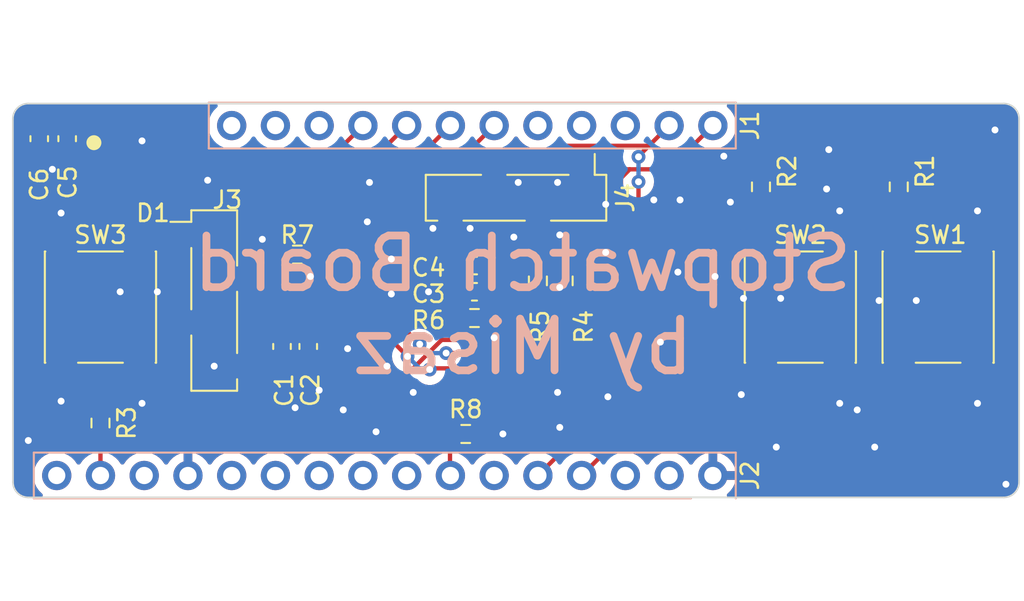
<source format=kicad_pcb>
(kicad_pcb (version 20221018) (generator pcbnew)
  (layers (0 "F.Cu" signal) (31 "B.Cu" signal) (34 "B.Paste" user) (35 "F.Paste" user) (36 "B.SilkS" user "B.Silkscreen") (37 "F.SilkS" user "F.Silkscreen") (38 "B.Mask" user) (39 "F.Mask" user) (44 "Edge.Cuts" user))
  (net 0 "")
  (net 1 "+3V3")
  (net 2 "GND")
  (net 3 "SYSOUT")
  (net 4 "PMIC_PFN1")
  (net 5 "VBUS")
  (net 6 "BTN1")
  (net 7 "BTN2")
  (net 8 "BTN3")
  (net 9 "SCL")
  (net 10 "SDA")
  (net 11 "RESET")
  (net 12 "+1V8")
  (net 21 "DISPLAY_DETECT")
  (net 22 "SHIELD_DETECT")
  (net 26 "LED_OUT")
  (net 27 "LED_IN")
  (footprint "Resistor_SMD:R_0603_1608Metric_Pad0.98x0.95mm_HandSolder" (layer "F.Cu") (at 243.84 67.437 90)
    (fp_text reference "R5" (at -2.667 0.127 90) (layer "F.SilkS"))
    (fp_text value "4k7")
    (fp_line (start -0.254724 -0.5225) (end 0.254724 -0.5225) (stroke (width 0.12)) (layer "F.SilkS"))
    (fp_line (start -0.254724 0.5225) (end 0.254724 0.5225) (stroke (width 0.12)) (layer "F.SilkS"))
    (pad "1" smd roundrect (at -0.9125 0 90) (size 0.975 0.95) (layers "F.Cu" "F.Paste" "F.Mask") (net 1 "+3V3"))
    (pad "2" smd roundrect (at 0.9125 0 90) (size 0.975 0.95) (layers "F.Cu" "F.Paste" "F.Mask") (net 9 "SCL"))
  )
  (footprint "Resistor_SMD:R_0603_1608Metric_Pad0.98x0.95mm_HandSolder" (layer "F.Cu") (at 246.38 67.437 90)
    (fp_text reference "R4" (at -2.667 0.127 90) (layer "F.SilkS"))
    (fp_text value "4k7")
    (fp_line (start -0.254724 -0.5225) (end 0.254724 -0.5225) (stroke (width 0.12)) (layer "F.SilkS"))
    (fp_line (start -0.254724 0.5225) (end 0.254724 0.5225) (stroke (width 0.12)) (layer "F.SilkS"))
    (pad "1" smd roundrect (at -0.9125 0 90) (size 0.975 0.95) (layers "F.Cu" "F.Paste" "F.Mask") (net 1 "+3V3"))
    (pad "2" smd roundrect (at 0.9125 0 90) (size 0.975 0.95) (layers "F.Cu" "F.Paste" "F.Mask") (net 10 "SDA"))
  )
  (footprint "Button_Switch_SMD:SW_Push_1P1T_NO_6x6mm_H9.5mm" (layer "F.Cu") (at 218.44 68.961 -90)
    (fp_text reference "SW3" (at -4.191 0) (layer "F.SilkS"))
    (fp_text value "SW_Push")
    (fp_line (start -3.23 -3.23) (end 3.23 -3.23) (stroke (width 0.12)) (layer "F.SilkS"))
    (fp_line (start -3.23 -3.2) (end -3.23 -3.23) (stroke (width 0.12)) (layer "F.SilkS"))
    (fp_line (start -3.23 -1.3) (end -3.23 1.3) (stroke (width 0.12)) (layer "F.SilkS"))
    (fp_line (start -3.23 3.23) (end -3.23 3.2) (stroke (width 0.12)) (layer "F.SilkS"))
    (fp_line (start -3.23 3.23) (end 3.23 3.23) (stroke (width 0.12)) (layer "F.SilkS"))
    (fp_line (start 3.23 -3.23) (end 3.23 -3.2) (stroke (width 0.12)) (layer "F.SilkS"))
    (fp_line (start 3.23 -1.3) (end 3.23 1.3) (stroke (width 0.12)) (layer "F.SilkS"))
    (fp_line (start 3.23 3.23) (end 3.23 3.2) (stroke (width 0.12)) (layer "F.SilkS"))
    (pad "1" smd rect (at -3.975 -2.25 270) (size 1.55 1.3) (layers "F.Cu" "F.Paste" "F.Mask") (net 8 "BTN3"))
    (pad "1" smd rect (at 3.975 -2.25 270) (size 1.55 1.3) (layers "F.Cu" "F.Paste" "F.Mask") (net 8 "BTN3"))
    (pad "2" smd rect (at -3.975 2.25 270) (size 1.55 1.3) (layers "F.Cu" "F.Paste" "F.Mask") (net 2 "GND"))
    (pad "2" smd rect (at 3.975 2.25 270) (size 1.55 1.3) (layers "F.Cu" "F.Paste" "F.Mask") (net 2 "GND"))
  )
  (footprint "Resistor_SMD:R_0603_1608Metric_Pad0.98x0.95mm_HandSolder" (layer "F.Cu") (at 256.794 61.976 -90)
    (fp_text reference "R2" (at -0.889 -1.524 90) (layer "F.SilkS"))
    (fp_text value "100k")
    (fp_line (start -0.254724 -0.5225) (end 0.254724 -0.5225) (stroke (width 0.12)) (layer "F.SilkS"))
    (fp_line (start -0.254724 0.5225) (end 0.254724 0.5225) (stroke (width 0.12)) (layer "F.SilkS"))
    (pad "1" smd roundrect (at -0.9125 0 270) (size 0.975 0.95) (layers "F.Cu" "F.Paste" "F.Mask") (net 1 "+3V3"))
    (pad "2" smd roundrect (at 0.9125 0 270) (size 0.975 0.95) (layers "F.Cu" "F.Paste" "F.Mask") (net 7 "BTN2"))
  )
  (footprint "Connector_PinSocket_2.54mm:PinSocket_1x04_P2.54mm_Vertical_SMD_Pin1Left" (layer "F.Cu") (at 242.57 62.611 -90)
    (fp_text reference "J4" (at 0 -6.35 -90) (layer "F.SilkS"))
    (fp_text value "SSQ-104-01-L-S")
    (fp_line (start -2.54 -4.57) (end -1.33 -4.57) (stroke (width 0.12)) (layer "F.SilkS"))
    (fp_line (start -1.33 -5.24) (end -1.33 -4.57) (stroke (width 0.12)) (layer "F.SilkS"))
    (fp_line (start -1.33 -5.24) (end 1.33 -5.24) (stroke (width 0.12)) (layer "F.SilkS"))
    (fp_line (start -1.33 -3.05) (end -1.33 0.51) (stroke (width 0.12)) (layer "F.SilkS"))
    (fp_line (start -1.33 2.03) (end -1.33 5.24) (stroke (width 0.12)) (layer "F.SilkS"))
    (fp_line (start -1.33 5.24) (end 1.33 5.24) (stroke (width 0.12)) (layer "F.SilkS"))
    (fp_line (start 1.33 -5.24) (end 1.33 -2.03) (stroke (width 0.12)) (layer "F.SilkS"))
    (fp_line (start 1.33 -0.51) (end 1.33 3.05) (stroke (width 0.12)) (layer "F.SilkS"))
    (fp_line (start 1.33 4.57) (end 1.33 5.24) (stroke (width 0.12)) (layer "F.SilkS"))
    (pad "1" smd rect (at -1.65 -3.81 270) (size 1.9 1) (layers "F.Cu" "F.Paste" "F.Mask") (net 10 "SDA"))
    (pad "2" smd rect (at 1.65 -1.27 270) (size 1.9 1) (layers "F.Cu" "F.Paste" "F.Mask") (net 9 "SCL"))
    (pad "3" smd rect (at -1.65 1.27 270) (size 1.9 1) (layers "F.Cu" "F.Paste" "F.Mask") (net 1 "+3V3"))
    (pad "4" smd rect (at 1.65 3.81 270) (size 1.9 1) (layers "F.Cu" "F.Paste" "F.Mask") (net 2 "GND"))
  )
  (footprint "Connector_PinSocket_2.54mm:PinSocket_1x04_P2.54mm_Vertical_SMD_Pin1Left" (layer "F.Cu") (at 225.044 68.58)
    (fp_text reference "J3" (at 0.762 -5.842) (layer "F.SilkS"))
    (fp_text value "SSQ-104-01-L-S")
    (fp_line (start -2.54 -4.57) (end -1.33 -4.57) (stroke (width 0.12)) (layer "F.SilkS"))
    (fp_line (start -1.33 -5.24) (end -1.33 -4.57) (stroke (width 0.12)) (layer "F.SilkS"))
    (fp_line (start -1.33 -5.24) (end 1.33 -5.24) (stroke (width 0.12)) (layer "F.SilkS"))
    (fp_line (start -1.33 -3.05) (end -1.33 0.51) (stroke (width 0.12)) (layer "F.SilkS"))
    (fp_line (start -1.33 2.03) (end -1.33 5.24) (stroke (width 0.12)) (layer "F.SilkS"))
    (fp_line (start -1.33 5.24) (end 1.33 5.24) (stroke (width 0.12)) (layer "F.SilkS"))
    (fp_line (start 1.33 -5.24) (end 1.33 -2.03) (stroke (width 0.12)) (layer "F.SilkS"))
    (fp_line (start 1.33 -0.51) (end 1.33 3.05) (stroke (width 0.12)) (layer "F.SilkS"))
    (fp_line (start 1.33 4.57) (end 1.33 5.24) (stroke (width 0.12)) (layer "F.SilkS"))
    (pad "1" smd rect (at -1.65 -3.81) (size 1.9 1) (layers "F.Cu" "F.Paste" "F.Mask") (net 10 "SDA"))
    (pad "2" smd rect (at 1.65 -1.27) (size 1.9 1) (layers "F.Cu" "F.Paste" "F.Mask") (net 9 "SCL"))
    (pad "3" smd rect (at -1.65 1.27) (size 1.9 1) (layers "F.Cu" "F.Paste" "F.Mask") (net 1 "+3V3"))
    (pad "4" smd rect (at 1.65 3.81) (size 1.9 1) (layers "F.Cu" "F.Paste" "F.Mask") (net 2 "GND"))
  )
  (footprint "Capacitor_SMD:C_0603_1608Metric_Pad1.08x0.95mm_HandSolder" (layer "F.Cu") (at 228.981 71.247 -90)
    (fp_text reference "C1" (at 2.54 -0.127 90) (layer "F.SilkS"))
    (fp_text value "100nF")
    (fp_line (start -0.146267 -0.51) (end 0.146267 -0.51) (stroke (width 0.12)) (layer "F.SilkS"))
    (fp_line (start -0.146267 0.51) (end 0.146267 0.51) (stroke (width 0.12)) (layer "F.SilkS"))
    (pad "1" smd roundrect (at -0.8625 0 270) (size 1.075 0.95) (layers "F.Cu" "F.Paste" "F.Mask") (net 1 "+3V3"))
    (pad "2" smd roundrect (at 0.8625 0 270) (size 1.075 0.95) (layers "F.Cu" "F.Paste" "F.Mask") (net 2 "GND"))
  )
  (footprint "Capacitor_SMD:C_0603_1608Metric_Pad1.08x0.95mm_HandSolder" (layer "F.Cu") (at 240.157 66.548 180)
    (fp_text reference "C4" (at 2.667 -0.127) (layer "F.SilkS"))
    (fp_text value "1uF")
    (fp_line (start -0.146267 -0.51) (end 0.146267 -0.51) (stroke (width 0.12)) (layer "F.SilkS"))
    (fp_line (start -0.146267 0.51) (end 0.146267 0.51) (stroke (width 0.12)) (layer "F.SilkS"))
    (pad "1" smd roundrect (at -0.8625 0 180) (size 1.075 0.95) (layers "F.Cu" "F.Paste" "F.Mask") (net 1 "+3V3"))
    (pad "2" smd roundrect (at 0.8625 0 180) (size 1.075 0.95) (layers "F.Cu" "F.Paste" "F.Mask") (net 2 "GND"))
  )
  (footprint "Resistor_SMD:R_0603_1608Metric_Pad0.98x0.95mm_HandSolder" (layer "F.Cu") (at 239.649 76.327)
    (fp_text reference "R8" (at 0 -1.43) (layer "F.SilkS"))
    (fp_text value "100k")
    (fp_line (start -0.254724 -0.5225) (end 0.254724 -0.5225) (stroke (width 0.12)) (layer "F.SilkS"))
    (fp_line (start -0.254724 0.5225) (end 0.254724 0.5225) (stroke (width 0.12)) (layer "F.SilkS"))
    (pad "1" smd roundrect (at -0.9125 0) (size 0.975 0.95) (layers "F.Cu" "F.Paste" "F.Mask") (net 22 "SHIELD_DETECT"))
    (pad "2" smd roundrect (at 0.9125 0) (size 0.975 0.95) (layers "F.Cu" "F.Paste" "F.Mask") (net 2 "GND"))
  )
  (footprint "Button_Switch_SMD:SW_Push_1P1T_NO_6x6mm_H9.5mm" (layer "F.Cu") (at 267.081 68.961 90)
    (fp_text reference "SW1" (at 4.191 0.127 180) (layer "F.SilkS"))
    (fp_text value "SW_Push")
    (fp_line (start -3.23 -3.23) (end 3.23 -3.23) (stroke (width 0.12)) (layer "F.SilkS"))
    (fp_line (start -3.23 -3.2) (end -3.23 -3.23) (stroke (width 0.12)) (layer "F.SilkS"))
    (fp_line (start -3.23 -1.3) (end -3.23 1.3) (stroke (width 0.12)) (layer "F.SilkS"))
    (fp_line (start -3.23 3.23) (end -3.23 3.2) (stroke (width 0.12)) (layer "F.SilkS"))
    (fp_line (start -3.23 3.23) (end 3.23 3.23) (stroke (width 0.12)) (layer "F.SilkS"))
    (fp_line (start 3.23 -3.23) (end 3.23 -3.2) (stroke (width 0.12)) (layer "F.SilkS"))
    (fp_line (start 3.23 -1.3) (end 3.23 1.3) (stroke (width 0.12)) (layer "F.SilkS"))
    (fp_line (start 3.23 3.23) (end 3.23 3.2) (stroke (width 0.12)) (layer "F.SilkS"))
    (pad "1" smd rect (at -3.975 -2.25 90) (size 1.55 1.3) (layers "F.Cu" "F.Paste" "F.Mask") (net 6 "BTN1"))
    (pad "1" smd rect (at 3.975 -2.25 90) (size 1.55 1.3) (layers "F.Cu" "F.Paste" "F.Mask") (net 6 "BTN1"))
    (pad "2" smd rect (at -3.975 2.25 90) (size 1.55 1.3) (layers "F.Cu" "F.Paste" "F.Mask") (net 2 "GND"))
    (pad "2" smd rect (at 3.975 2.25 90) (size 1.55 1.3) (layers "F.Cu" "F.Paste" "F.Mask") (net 2 "GND"))
  )
  (footprint "Resistor_SMD:R_0603_1608Metric_Pad0.98x0.95mm_HandSolder" (layer "F.Cu") (at 218.44 75.692 90)
    (fp_text reference "R3" (at 0 1.524 90) (layer "F.SilkS"))
    (fp_text value "100k")
    (fp_line (start -0.254724 -0.5225) (end 0.254724 -0.5225) (stroke (width 0.12)) (layer "F.SilkS"))
    (fp_line (start -0.254724 0.5225) (end 0.254724 0.5225) (stroke (width 0.12)) (layer "F.SilkS"))
    (pad "1" smd roundrect (at -0.9125 0 90) (size 0.975 0.95) (layers "F.Cu" "F.Paste" "F.Mask") (net 1 "+3V3"))
    (pad "2" smd roundrect (at 0.9125 0 90) (size 0.975 0.95) (layers "F.Cu" "F.Paste" "F.Mask") (net 8 "BTN3"))
  )
  (footprint "Resistor_SMD:R_0603_1608Metric_Pad0.98x0.95mm_HandSolder" (layer "F.Cu") (at 264.795 61.976 -90)
    (fp_text reference "R1" (at -0.889 -1.524 90) (layer "F.SilkS"))
    (fp_text value "100k")
    (fp_line (start -0.254724 -0.5225) (end 0.254724 -0.5225) (stroke (width 0.12)) (layer "F.SilkS"))
    (fp_line (start -0.254724 0.5225) (end 0.254724 0.5225) (stroke (width 0.12)) (layer "F.SilkS"))
    (pad "1" smd roundrect (at -0.9125 0 270) (size 0.975 0.95) (layers "F.Cu" "F.Paste" "F.Mask") (net 1 "+3V3"))
    (pad "2" smd roundrect (at 0.9125 0 270) (size 0.975 0.95) (layers "F.Cu" "F.Paste" "F.Mask") (net 6 "BTN1"))
  )
  (footprint "Capacitor_SMD:C_0603_1608Metric_Pad1.08x0.95mm_HandSolder" (layer "F.Cu") (at 216.505 59.182 -90)
    (fp_text reference "C5" (at 2.54 -0.03 90) (layer "F.SilkS"))
    (fp_text value "100nF")
    (fp_line (start -0.146267 -0.51) (end 0.146267 -0.51) (stroke (width 0.12)) (layer "F.SilkS"))
    (fp_line (start -0.146267 0.51) (end 0.146267 0.51) (stroke (width 0.12)) (layer "F.SilkS"))
    (pad "1" smd roundrect (at -0.8625 0 270) (size 1.075 0.95) (layers "F.Cu" "F.Paste" "F.Mask") (net 1 "+3V3"))
    (pad "2" smd roundrect (at 0.8625 0 270) (size 1.075 0.95) (layers "F.Cu" "F.Paste" "F.Mask") (net 2 "GND"))
  )
  (footprint "Capacitor_SMD:C_0603_1608Metric_Pad1.08x0.95mm_HandSolder" (layer "F.Cu") (at 214.884 59.182 -90)
    (fp_text reference "C6" (at 2.667 0 90) (layer "F.SilkS"))
    (fp_text value "1uF")
    (fp_line (start -0.146267 -0.51) (end 0.146267 -0.51) (stroke (width 0.12)) (layer "F.SilkS"))
    (fp_line (start -0.146267 0.51) (end 0.146267 0.51) (stroke (width 0.12)) (layer "F.SilkS"))
    (pad "1" smd roundrect (at -0.8625 0 270) (size 1.075 0.95) (layers "F.Cu" "F.Paste" "F.Mask") (net 1 "+3V3"))
    (pad "2" smd roundrect (at 0.8625 0 270) (size 1.075 0.95) (layers "F.Cu" "F.Paste" "F.Mask") (net 2 "GND"))
  )
  (footprint "Capacitor_SMD:C_0603_1608Metric_Pad1.08x0.95mm_HandSolder" (layer "F.Cu") (at 230.505 71.247 -90)
    (fp_text reference "C2" (at 2.54 -0.127 90) (layer "F.SilkS"))
    (fp_text value "1uF")
    (fp_line (start -0.146267 -0.51) (end 0.146267 -0.51) (stroke (width 0.12)) (layer "F.SilkS"))
    (fp_line (start -0.146267 0.51) (end 0.146267 0.51) (stroke (width 0.12)) (layer "F.SilkS"))
    (pad "1" smd roundrect (at -0.8625 0 270) (size 1.075 0.95) (layers "F.Cu" "F.Paste" "F.Mask") (net 1 "+3V3"))
    (pad "2" smd roundrect (at 0.8625 0 270) (size 1.075 0.95) (layers "F.Cu" "F.Paste" "F.Mask") (net 2 "GND"))
  )
  (footprint "Capacitor_SMD:C_0603_1608Metric_Pad1.08x0.95mm_HandSolder" (layer "F.Cu") (at 240.157 68.072 180)
    (fp_text reference "C3" (at 2.667 -0.127) (layer "F.SilkS"))
    (fp_text value "100nF")
    (fp_line (start -0.146267 -0.51) (end 0.146267 -0.51) (stroke (width 0.12)) (layer "F.SilkS"))
    (fp_line (start -0.146267 0.51) (end 0.146267 0.51) (stroke (width 0.12)) (layer "F.SilkS"))
    (pad "1" smd roundrect (at -0.8625 0 180) (size 1.075 0.95) (layers "F.Cu" "F.Paste" "F.Mask") (net 1 "+3V3"))
    (pad "2" smd roundrect (at 0.8625 0 180) (size 1.075 0.95) (layers "F.Cu" "F.Paste" "F.Mask") (net 2 "GND"))
  )
  (footprint "Resistor_SMD:R_0603_1608Metric_Pad0.98x0.95mm_HandSolder" (layer "F.Cu") (at 229.87 65.913 180)
    (fp_text reference "R7" (at 0 1.143) (layer "F.SilkS"))
    (fp_text value "100k")
    (fp_line (start -0.254724 -0.5225) (end 0.254724 -0.5225) (stroke (width 0.12)) (layer "F.SilkS"))
    (fp_line (start -0.254724 0.5225) (end 0.254724 0.5225) (stroke (width 0.12)) (layer "F.SilkS"))
    (pad "1" smd roundrect (at -0.9125 0 180) (size 0.975 0.95) (layers "F.Cu" "F.Paste" "F.Mask") (net 21 "DISPLAY_DETECT"))
    (pad "2" smd roundrect (at 0.9125 0 180) (size 0.975 0.95) (layers "F.Cu" "F.Paste" "F.Mask") (net 2 "GND"))
  )
  (footprint "LED_SMD:LED_WS2812B_PLCC4_5.0x5.0mm_P3.2mm" (layer "F.Cu") (at 220.816 59.945)
    (fp_text reference "D1" (at 0.672 3.555) (layer "F.SilkS"))
    (fp_text value "WS2812B")
    (pad "1" smd rect (at -2.45 -1.65) (size 1.5 0.9) (layers "F.Cu" "F.Paste" "F.Mask") (net 1 "+3V3"))
    (pad "2" smd rect (at -2.45 1.65) (size 1.5 0.9) (layers "F.Cu" "F.Paste" "F.Mask") (net 26 "LED_OUT"))
    (pad "3" smd rect (at 2.45 1.65) (size 1.5 0.9) (layers "F.Cu" "F.Paste" "F.Mask") (net 2 "GND"))
    (pad "4" smd rect (at 2.45 -1.65) (size 1.5 0.9) (layers "F.Cu" "F.Paste" "F.Mask") (net 27 "LED_IN"))
  )
  (footprint "Resistor_SMD:R_0603_1608Metric_Pad0.98x0.95mm_HandSolder" (layer "F.Cu") (at 240.157 69.596 180)
    (fp_text reference "R6" (at 2.667 -0.127) (layer "F.SilkS"))
    (fp_text value "100k")
    (fp_line (start -0.254724 -0.5225) (end 0.254724 -0.5225) (stroke (width 0.12)) (layer "F.SilkS"))
    (fp_line (start -0.254724 0.5225) (end 0.254724 0.5225) (stroke (width 0.12)) (layer "F.SilkS"))
    (pad "1" smd roundrect (at -0.9125 0 180) (size 0.975 0.95) (layers "F.Cu" "F.Paste" "F.Mask") (net 1 "+3V3"))
    (pad "2" smd roundrect (at 0.9125 0 180) (size 0.975 0.95) (layers "F.Cu" "F.Paste" "F.Mask") (net 21 "DISPLAY_DETECT"))
  )
  (footprint "Button_Switch_SMD:SW_Push_1P1T_NO_6x6mm_H9.5mm" (layer "F.Cu") (at 259.08 68.961 90)
    (fp_text reference "SW2" (at 4.191 0 180) (layer "F.SilkS"))
    (fp_text value "SW_Push")
    (fp_line (start -3.23 -3.23) (end 3.23 -3.23) (stroke (width 0.12)) (layer "F.SilkS"))
    (fp_line (start -3.23 -3.2) (end -3.23 -3.23) (stroke (width 0.12)) (layer "F.SilkS"))
    (fp_line (start -3.23 -1.3) (end -3.23 1.3) (stroke (width 0.12)) (layer "F.SilkS"))
    (fp_line (start -3.23 3.23) (end -3.23 3.2) (stroke (width 0.12)) (layer "F.SilkS"))
    (fp_line (start -3.23 3.23) (end 3.23 3.23) (stroke (width 0.12)) (layer "F.SilkS"))
    (fp_line (start 3.23 -3.23) (end 3.23 -3.2) (stroke (width 0.12)) (layer "F.SilkS"))
    (fp_line (start 3.23 -1.3) (end 3.23 1.3) (stroke (width 0.12)) (layer "F.SilkS"))
    (fp_line (start 3.23 3.23) (end 3.23 3.2) (stroke (width 0.12)) (layer "F.SilkS"))
    (pad "1" smd rect (at -3.975 -2.25 90) (size 1.55 1.3) (layers "F.Cu" "F.Paste" "F.Mask") (net 7 "BTN2"))
    (pad "1" smd rect (at 3.975 -2.25 90) (size 1.55 1.3) (layers "F.Cu" "F.Paste" "F.Mask") (net 7 "BTN2"))
    (pad "2" smd rect (at -3.975 2.25 90) (size 1.55 1.3) (layers "F.Cu" "F.Paste" "F.Mask") (net 2 "GND"))
    (pad "2" smd rect (at 3.975 2.25 90) (size 1.55 1.3) (layers "F.Cu" "F.Paste" "F.Mask") (net 2 "GND"))
  )
  (footprint "Connector_PinHeader_2.54mm:PinHeader_1x16_P2.54mm_Vertical" (layer "B.Cu") (at 215.9 78.74 -90)
    (fp_text reference "J2" (at 0 -40.259 -270) (layer "F.SilkS"))
    (fp_text value "TSW-116-07-L-S")
    (fp_line (start -1.33 -39.43) (end 1.33 -39.43) (stroke (width 0.12)) (layer "B.SilkS"))
    (fp_line (start -1.33 1.33) (end -1.33 -39.43) (stroke (width 0.12)) (layer "B.SilkS"))
    (fp_line (start -1.33 1.33) (end 1.33 1.33) (stroke (width 0.12)) (layer "B.SilkS"))
    (fp_line (start 1.33 1.33) (end 1.33 -36.83) (stroke (width 0.12)) (layer "B.SilkS"))
    (pad "1" thru_hole circle (at 0 0 270) (size 1.7 1.7) (drill 1) (layers "*.Cu" "*.Mask") (net 11 "RESET"))
    (pad "2" thru_hole oval (at 0 -2.54 270) (size 1.7 1.7) (drill 1) (layers "*.Cu" "*.Mask") (net 1 "+3V3"))
    (pad "3" thru_hole oval (at 0 -5.08 270) (size 1.7 1.7) (drill 1) (layers "*.Cu" "*.Mask") (net 12 "+1V8"))
    (pad "4" thru_hole oval (at 0 -7.62 270) (size 1.7 1.7) (drill 1) (layers "*.Cu" "*.Mask") (net 2 "GND"))
    (pad "5" thru_hole oval (at 0 -10.16 270) (size 1.7 1.7) (drill 1) (layers "*.Cu" "*.Mask"))
    (pad "6" thru_hole oval (at 0 -12.7 270) (size 1.7 1.7) (drill 1) (layers "*.Cu" "*.Mask"))
    (pad "7" thru_hole oval (at 0 -15.24 270) (size 1.7 1.7) (drill 1) (layers "*.Cu" "*.Mask"))
    (pad "8" thru_hole oval (at 0 -17.78 270) (size 1.7 1.7) (drill 1) (layers "*.Cu" "*.Mask"))
    (pad "9" thru_hole oval (at 0 -20.32 270) (size 1.7 1.7) (drill 1) (layers "*.Cu" "*.Mask"))
    (pad "10" thru_hole oval (at 0 -22.86 270) (size 1.7 1.7) (drill 1) (layers "*.Cu" "*.Mask") (net 22 "SHIELD_DETECT"))
    (pad "11" thru_hole oval (at 0 -25.4 270) (size 1.7 1.7) (drill 1) (layers "*.Cu" "*.Mask"))
    (pad "12" thru_hole oval (at 0 -27.94 270) (size 1.7 1.7) (drill 1) (layers "*.Cu" "*.Mask") (net 7 "BTN2"))
    (pad "13" thru_hole oval (at 0 -30.48 270) (size 1.7 1.7) (drill 1) (layers "*.Cu" "*.Mask") (net 6 "BTN1"))
    (pad "14" thru_hole oval (at 0 -33.02 270) (size 1.7 1.7) (drill 1) (layers "*.Cu" "*.Mask"))
    (pad "15" thru_hole oval (at 0 -35.56 270) (size 1.7 1.7) (drill 1) (layers "*.Cu" "*.Mask"))
    (pad "16" thru_hole oval (at 0 -38.1 270) (size 1.7 1.7) (drill 1) (layers "*.Cu" "*.Mask") (net 2 "GND"))
  )
  (footprint "Connector_PinHeader_2.54mm:PinHeader_1x12_P2.54mm_Vertical" (layer "B.Cu") (at 226.06 58.42 -90)
    (fp_text reference "J1" (at 0 -30.099 -270) (layer "F.SilkS"))
    (fp_text value "TSW-112-07-L-S")
    (fp_line (start -1.33 -29.27) (end 1.33 -29.27) (stroke (width 0.12)) (layer "B.SilkS"))
    (fp_line (start -1.33 1.33) (end -1.33 -29.27) (stroke (width 0.12)) (layer "B.SilkS"))
    (fp_line (start -1.33 1.33) (end 1.33 1.33) (stroke (width 0.12)) (layer "B.SilkS"))
    (fp_line (start 1.33 1.33) (end 1.33 -29.27) (stroke (width 0.12)) (layer "B.SilkS"))
    (pad "1" thru_hole circle (at 0 0 270) (size 1.7 1.7) (drill 1) (layers "*.Cu" "*.Mask") (net 3 "SYSOUT"))
    (pad "2" thru_hole oval (at 0 -2.54 270) (size 1.7 1.7) (drill 1) (layers "*.Cu" "*.Mask") (net 4 "PMIC_PFN1"))
    (pad "3" thru_hole oval (at 0 -5.08 270) (size 1.7 1.7) (drill 1) (layers "*.Cu" "*.Mask") (net 5 "VBUS"))
    (pad "4" thru_hole oval (at 0 -7.62 270) (size 1.7 1.7) (drill 1) (layers "*.Cu" "*.Mask") (net 27 "LED_IN"))
    (pad "5" thru_hole oval (at 0 -10.16 270) (size 1.7 1.7) (drill 1) (layers "*.Cu" "*.Mask") (net 26 "LED_OUT"))
    (pad "6" thru_hole oval (at 0 -12.7 270) (size 1.7 1.7) (drill 1) (layers "*.Cu" "*.Mask") (net 8 "BTN3"))
    (pad "7" thru_hole oval (at 0 -15.24 270) (size 1.7 1.7) (drill 1) (layers "*.Cu" "*.Mask") (net 21 "DISPLAY_DETECT"))
    (pad "8" thru_hole oval (at 0 -17.78 270) (size 1.7 1.7) (drill 1) (layers "*.Cu" "*.Mask"))
    (pad "9" thru_hole oval (at 0 -20.32 270) (size 1.7 1.7) (drill 1) (layers "*.Cu" "*.Mask"))
    (pad "10" thru_hole oval (at 0 -22.86 270) (size 1.7 1.7) (drill 1) (layers "*.Cu" "*.Mask"))
    (pad "11" thru_hole oval (at 0 -25.4 270) (size 1.7 1.7) (drill 1) (layers "*.Cu" "*.Mask") (net 9 "SCL"))
    (pad "12" thru_hole oval (at 0 -27.94 270) (size 1.7 1.7) (drill 1) (layers "*.Cu" "*.Mask") (net 10 "SDA"))
  )
  (gr_circle (center 218.059 59.41421) (end 218.41821 59.41421) (stroke (width 0.15)) (fill solid) (layer "F.SilkS"))
  (gr_line (start 271.78 79.121) (end 271.78 58.032618) (stroke (width 0.1)) (layer "Edge.Cuts"))
  (gr_line (start 213.353618 58.032618) (end 213.36 79.121) (stroke (width 0.1)) (layer "Edge.Cuts"))
  (gr_line (start 214.249 80.01) (end 270.891 80.01) (stroke (width 0.1)) (layer "Edge.Cuts"))
  (gr_arc (start 270.891 57.143618) (mid 271.519618 57.404) (end 271.78 58.032618) (stroke (width 0.1)) (layer "Edge.Cuts"))
  (gr_arc (start 213.353618 58.032618) (mid 213.614 57.404) (end 214.242618 57.143618) (stroke (width 0.1)) (layer "Edge.Cuts"))
  (gr_arc (start 214.249 80.01) (mid 213.620382 79.749618) (end 213.36 79.121) (stroke (width 0.1)) (layer "Edge.Cuts"))
  (gr_line (start 270.891 57.143618) (end 214.242618 57.143618) (stroke (width 0.1)) (layer "Edge.Cuts"))
  (gr_arc (start 271.78 79.121) (mid 271.519618 79.749618) (end 270.891 80.01) (stroke (width 0.1)) (layer "Edge.Cuts"))
  (gr_text "Stopwatch Board\nby Misaz" (at 242.951 73.025) (layer "B.SilkS") (effects (font (size 3 3) (thickness 0.45)) (justify bottom mirror)))
  (segment (start 242.316 68.3495) (end 243.84 68.3495) (width 0.25) (layer "F.Cu") (net 1))
  (segment (start 230.378 75.8425) (end 233.2755 75.8425) (width 0.25) (layer "F.Cu") (net 1))
  (segment (start 214.249 74.168) (end 216.662 76.581) (width 0.25) (layer "F.Cu") (net 1))
  (segment (start 231.1665 70.3845) (end 231.902 71.12) (width 0.25) (layer "F.Cu") (net 1))
  (segment (start 222.6075 75.8425) (end 230.378 75.8425) (width 0.25) (layer "F.Cu") (net 1))
  (segment (start 241.0195 68.072) (end 241.0195 69.546) (width 0.25) (layer "F.Cu") (net 1))
  (segment (start 216.662 76.581) (end 217.678 76.581) (width 0.25) (layer "F.Cu") (net 1))
  (segment (start 217.678 76.581) (end 218.313 77.216) (width 0.25) (layer "F.Cu") (net 1))
  (segment (start 218.44 76.835) (end 219.4325 75.8425) (width 0.25) (layer "F.Cu") (net 1))
  (segment (start 244.0335 68.543) (end 243.84 68.3495) (width 0.25) (layer "F.Cu") (net 1))
  (segment (start 223.394 69.85) (end 226.314 69.85) (width 0.25) (layer "F.Cu") (net 1))
  (segment (start 256.794 61.0635) (end 264.795 61.0635) (width 0.25) (layer "F.Cu") (net 1))
  (segment (start 241.0695 69.596) (end 242.316 68.3495) (width 0.25) (layer "F.Cu") (net 1))
  (segment (start 241.0195 68.072) (end 241.0195 66.548) (width 0.25) (layer "F.Cu") (net 1))
  (segment (start 214.884 58.3195) (end 214.084 59.1195) (width 0.25) (layer "F.Cu") (net 1))
  (segment (start 231.902 71.12) (end 231.902 74.3185) (width 0.25) (layer "F.Cu") (net 1))
  (segment (start 222.377 75.8425) (end 220.98 75.8425) (width 0.25) (layer "F.Cu") (net 1))
  (segment (start 241.0195 65.5585) (end 241.0195 66.548) (width 0.25) (layer "F.Cu") (net 1))
  (segment (start 255.2935 61.0635) (end 256.794 61.0635) (width 0.25) (layer "F.Cu") (net 1))
  (segment (start 239.649 70.866) (end 240.919 69.596) (width 0.25) (layer "F.Cu") (net 1))
  (segment (start 241.3 60.961) (end 241.3 65.278) (width 0.25) (layer "F.Cu") (net 1))
  (segment (start 218.44 78.74) (end 218.44 77.216) (width 0.25) (layer "F.Cu") (net 1))
  (segment (start 253.111 67.31) (end 253.111 63.246) (width 0.25) (layer "F.Cu") (net 1))
  (segment (start 214.084 74.003) (end 214.249 74.168) (width 0.25) (layer "F.Cu") (net 1))
  (segment (start 214.9085 58.295) (end 214.884 58.3195) (width 0.25) (layer "F.Cu") (net 1))
  (segment (start 238.252 70.866) (end 239.649 70.866) (width 0.25) (layer "F.Cu") (net 1))
  (segment (start 233.2755 75.8425) (end 234.3785 74.7395) (width 0.25) (layer "F.Cu") (net 1))
  (segment (start 234.3785 74.7395) (end 238.252 70.866) (width 0.25) (layer "F.Cu") (net 1))
  (segment (start 218.366 58.295) (end 214.9085 58.295) (width 0.25) (layer "F.Cu") (net 1))
  (segment (start 228.981 70.3845) (end 226.8485 70.3845) (width 0.25) (layer "F.Cu") (net 1))
  (segment (start 234.188 74.93) (end 245.491 74.93) (width 0.25) (layer "F.Cu") (net 1))
  (segment (start 218.313 77.216) (end 218.44 77.216) (width 0.25) (layer "F.Cu") (net 1))
  (segment (start 218.44 77.216) (end 218.44 76.835) (width 0.25) (layer "F.Cu") (net 1))
  (segment (start 214.084 59.1195) (end 214.084 74.003) (width 0.25) (layer "F.Cu") (net 1))
  (segment (start 230.505 70.3845) (end 228.981 70.3845) (width 0.25) (layer "F.Cu") (net 1))
  (segment (start 253.111 63.246) (end 255.2935 61.0635) (width 0.25) (layer "F.Cu") (net 1))
  (segment (start 226.8485 70.3845) (end 226.314 69.85) (width 0.25) (layer "F.Cu") (net 1))
  (segment (start 230.505 70.3845) (end 231.1665 70.3845) (width 0.25) (layer "F.Cu") (net 1))
  (segment (start 219.4325 75.8425) (end 220.98 75.8425) (width 0.25) (layer "F.Cu") (net 1))
  (segment (start 231.902 74.3185) (end 230.378 75.8425) (width 0.25) (layer "F.Cu") (net 1))
  (segment (start 246.1865 68.543) (end 244.0335 68.543) (width 0.25) (layer "F.Cu") (net 1))
  (segment (start 245.491 74.93) (end 253.111 67.31) (width 0.25) (layer "F.Cu") (net 1))
  (segment (start 241.3 65.278) (end 241.0195 65.5585) (width 0.25) (layer "F.Cu") (net 1))
  (segment (start 241.0195 69.546) (end 241.0695 69.596) (width 0.25) (layer "F.Cu") (net 1))
  (segment (start 246.38 68.3495) (end 246.1865 68.543) (width 0.25) (layer "F.Cu") (net 1))
  (segment (start 240.919 69.596) (end 241.0695 69.596) (width 0.25) (layer "F.Cu") (net 1))
  (segment (start 222.377 75.8425) (end 222.6075 75.8425) (width 0.25) (layer "F.Cu") (net 1))
  (segment (start 226.06 72.39) (end 228.7005 72.39) (width 0.25) (layer "F.Cu") (net 2))
  (segment (start 216.505 60.0445) (end 216.505 60.101) (width 0.25) (layer "F.Cu") (net 2))
  (segment (start 228.7005 72.39) (end 228.981 72.1095) (width 0.25) (layer "F.Cu") (net 2))
  (segment (start 238.76 65.278) (end 238.76 64.261) (width 0.25) (layer "F.Cu") (net 2))
  (segment (start 227.838 65.024) (end 227.838 65.151) (width 0.25) (layer "F.Cu") (net 2))
  (segment (start 239.2945 65.8125) (end 238.76 65.278) (width 0.25) (layer "F.Cu") (net 2))
  (segment (start 228.6 65.913) (end 228.9575 65.913) (width 0.25) (layer "F.Cu") (net 2))
  (segment (start 216.505 60.101) (end 215.646 60.96) (width 0.25) (layer "F.Cu") (net 2))
  (segment (start 239.2945 68.072) (end 239.2945 66.548) (width 0.25) (layer "F.Cu") (net 2))
  (segment (start 239.2945 66.548) (end 239.2945 65.8125) (width 0.25) (layer "F.Cu") (net 2))
  (segment (start 227.838 65.151) (end 228.6 65.913) (width 0.25) (layer "F.Cu") (net 2))
  (segment (start 241.808 76.327) (end 240.5615 76.327) (width 0.25) (layer "F.Cu") (net 2))
  (segment (start 214.884 60.198) (end 215.646 60.96) (width 0.25) (layer "F.Cu") (net 2))
  (segment (start 214.884 60.0445) (end 214.884 60.198) (width 0.25) (layer "F.Cu") (net 2))
  (via (at 241.3 70.739) (size 0.8) (drill 0.4) (layers "F.Cu" "B.Cu") (net 2))
  (via (at 216.154 74.422) (size 0.8) (drill 0.4) (layers "F.Cu" "B.Cu") (net 2))
  (via (at 252.095 62.738) (size 0.8) (drill 0.4) (layers "F.Cu" "B.Cu") (net 2))
  (via (at 221.742 68.072) (size 0.8) (drill 0.4) (layers "F.Cu" "B.Cu") (net 2))
  (via (at 262.382 74.93) (size 0.8) (drill 0.4) (layers "F.Cu" "B.Cu") (net 2))
  (via (at 245.11 67.818) (size 0.8) (drill 0.4) (layers "F.Cu" "B.Cu") (net 2))
  (via (at 257.683 77.089) (size 0.8) (drill 0.4) (layers "F.Cu" "B.Cu") (net 2))
  (via (at 239.903 64.389) (size 0.8) (drill 0.4) (layers "F.Cu" "B.Cu") (net 2))
  (via (at 255.651 74.041) (size 0.8) (drill 0.4) (layers "F.Cu" "B.Cu") (net 2))
  (via (at 224.663 61.595) (size 0.8) (drill 0.4) (layers "F.Cu" "B.Cu") (net 2))
  (via (at 225.044 72.39) (size 0.8) (drill 0.4) (layers "F.Cu" "B.Cu") (net 2))
  (via (at 265.811 68.58) (size 0.8) (drill 0.4) (layers "F.Cu" "B.Cu") (net 2))
  (via (at 242.697 61.722) (size 0.8) (drill 0.4) (layers "F.Cu" "B.Cu") (net 2))
  (via (at 251.968 66.929) (size 0.8) (drill 0.4) (layers "F.Cu" "B.Cu") (net 2))
  (via (at 237.744 64.389) (size 0.8) (drill 0.4) (layers "F.Cu" "B.Cu") (net 2))
  (via (at 229.743 74.803) (size 0.8) (drill 0.4) (layers "F.Cu" "B.Cu") (net 2))
  (via (at 263.398 77.089) (size 0.8) (drill 0.4) (layers "F.Cu" "B.Cu") (net 2))
  (via (at 260.731 59.817) (size 0.8) (drill 0.4) (layers "F.Cu" "B.Cu") (net 2))
  (via (at 233.934 64.008) (size 0.8) (drill 0.4) (layers "F.Cu" "B.Cu") (net 2))
  (via (at 237.49 68.072) (size 0.8) (drill 0.4) (layers "F.Cu" "B.Cu") (net 2))
  (via (at 227.838 65.024) (size 0.8) (drill 0.4) (layers "F.Cu" "B.Cu") (net 2))
  (via (at 241.808 76.327) (size 0.8) (drill 0.4) (layers "F.Cu" "B.Cu") (net 2))
  (via (at 232.537 74.93) (size 0.8) (drill 0.4) (layers "F.Cu" "B.Cu") (net 2))
  (via (at 250.952 70.993) (size 0.8) (drill 0.4) (layers "F.Cu" "B.Cu") (net 2))
  (via (at 230.632 67.183) (size 0.8) (drill 0.4) (layers "F.Cu" "B.Cu") (net 2))
  (via (at 257.937 68.453) (size 0.8) (drill 0.4) (layers "F.Cu" "B.Cu") (net 2))
  (via (at 231.14 73.787) (size 0.8) (drill 0.4) (layers "F.Cu" "B.Cu") (net 2))
  (via (at 232.791 71.374) (size 0.8) (drill 0.4) (layers "F.Cu" "B.Cu") (net 2))
  (via (at 245.11 75.946) (size 0.8) (drill 0.4) (layers "F.Cu" "B.Cu") (net 2))
  (via (at 247.904 74.168) (size 0.8) (drill 0.4) (layers "F.Cu" "B.Cu") (net 2))
  (via (at 215.646 60.96) (size 0.8) (drill 0.4) (layers "F.Cu" "B.Cu") (net 2))
  (via (at 269.367 74.549) (size 0.8) (drill 0.4) (layers "F.Cu" "B.Cu") (net 2))
  (via (at 261.366 74.549) (size 0.8) (drill 0.4) (layers "F.Cu" "B.Cu") (net 2))
  (via (at 254.127 67.183) (size 0.8) (drill 0.4) (layers "F.Cu" "B.Cu") (net 2))
  (via (at 260.604 62.103) (size 0.8) (drill 0.4) (layers "F.Cu" "B.Cu") (net 2))
  (via (at 220.853 59.309) (size 0.8) (drill 0.4) (layers "F.Cu" "B.Cu") (net 2))
  (via (at 216.154 63.5) (size 0.8) (drill 0.4) (layers "F.Cu" "B.Cu") (net 2))
  (via (at 263.652 68.58) (size 0.8) (drill 0.4) (layers "F.Cu" "B.Cu") (net 2))
  (via (at 250.571 62.738) (size 0.8) (drill 0.4) (layers "F.Cu" "B.Cu") (net 2))
  (via (at 271.018 79.248) (size 0.8) (drill 0.4) (layers "F.Cu" "B.Cu") (net 2))
  (via (at 269.367 63.373) (size 0.8) (drill 0.4) (layers "F.Cu" "B.Cu") (net 2))
  (via (at 255.778 68.453) (size 0.8) (drill 0.4) (layers "F.Cu" "B.Cu") (net 2))
  (via (at 236.601 73.914) (size 0.8) (drill 0.4) (layers "F.Cu" "B.Cu") (net 2))
  (via (at 235.331 66.167) (size 0.8) (drill 0.4) (layers "F.Cu" "B.Cu") (net 2))
  (via (at 235.077 72.39) (size 0.8) (drill 0.4) (layers "F.Cu" "B.Cu") (net 2))
  (via (at 234.061 61.722) (size 0.8) (drill 0.4) (layers "F.Cu" "B.Cu") (net 2))
  (via (at 244.983 61.722) (size 0.8) (drill 0.4) (layers "F.Cu" "B.Cu") (net 2))
  (via (at 255.016 62.865) (size 0.8) (drill 0.4) (layers "F.Cu" "B.Cu") (net 2))
  (via (at 247.777 62.992) (size 0.8) (drill 0.4) (layers "F.Cu" "B.Cu") (net 2))
  (via (at 261.366 63.373) (size 0.8) (drill 0.4) (layers "F.Cu" "B.Cu") (net 2))
  (via (at 234.442 76.2) (size 0.8) (drill 0.4) (layers "F.Cu" "B.Cu") (net 2))
  (via (at 235.331 68.199) (size 0.8) (drill 0.4) (layers "F.Cu" "B.Cu") (net 2))
  (via (at 254.635 60.198) (size 0.8) (drill 0.4) (layers "F.Cu" "B.Cu") (net 2))
  (via (at 214.249 76.708) (size 0.8) (drill 0.4) (layers "F.Cu" "B.Cu") (net 2))
  (via (at 247.777 65.786) (size 0.8) (drill 0.4) (layers "F.Cu" "B.Cu") (net 2))
  (via (at 244.983 73.914) (size 0.8) (drill 0.4) (layers "F.Cu" "B.Cu") (net 2))
  (via (at 242.443 64.897) (size 0.8) (drill 0.4) (layers "F.Cu" "B.Cu") (net 2))
  (via (at 220.853 74.549) (size 0.8) (drill 0.4) (layers "F.Cu" "B.Cu") (net 2))
  (via (at 270.383 58.674) (size 0.8) (drill 0.4) (layers "F.Cu" "B.Cu") (net 2))
  (via (at 219.583 68.072) (size 0.8) (drill 0.4) (layers "F.Cu" "B.Cu") (net 2))
  (via (at 245.11 64.77) (size 0.8) (drill 0.4) (layers "F.Cu" "B.Cu") (net 2))
  (segment (start 246.38 78.74) (end 249.047 76.073) (width 0.25) (layer "F.Cu") (net 6))
  (segment (start 264.74 71.83) (end 264.74 74.168) (width 0.25) (layer "F.Cu") (net 6))
  (segment (start 262.835 76.073) (end 264.74 74.168) (width 0.25) (layer "F.Cu") (net 6))
  (segment (start 264.795 65.275) (end 264.74 65.33) (width 0.25) (layer "F.Cu") (net 6))
  (segment (start 249.047 76.073) (end 262.835 76.073) (width 0.25) (layer "F.Cu") (net 6))
  (segment (start 264.795 62.8885) (end 264.795 65.275) (width 0.25) (layer "F.Cu") (net 6))
  (segment (start 264.74 65.33) (end 264.74 71.83) (width 0.25) (layer "F.Cu") (net 6))
  (segment (start 256.83 74.4895) (end 256.83 71.83) (width 0.25) (layer "F.Cu") (net 7))
  (segment (start 243.84 78.74) (end 247.396 75.184) (width 0.25) (layer "F.Cu") (net 7))
  (segment (start 247.396 75.184) (end 256.1355 75.184) (width 0.25) (layer "F.Cu") (net 7))
  (segment (start 256.794 62.8885) (end 256.794 65.294) (width 0.25) (layer "F.Cu") (net 7))
  (segment (start 256.1355 75.184) (end 256.83 74.4895) (width 0.25) (layer "F.Cu") (net 7))
  (segment (start 256.794 65.294) (end 256.83 65.33) (width 0.25) (layer "F.Cu") (net 7))
  (segment (start 256.83 65.33) (end 256.83 71.83) (width 0.25) (layer "F.Cu") (net 7))
  (segment (start 218.44 74.7795) (end 220.2835 72.936) (width 0.25) (layer "F.Cu") (net 8))
  (segment (start 222.864 62.648) (end 234.532 62.648) (width 0.25) (layer "F.Cu") (net 8))
  (segment (start 234.532 62.648) (end 238.76 58.42) (width 0.25) (layer "F.Cu") (net 8))
  (segment (start 220.69 64.822) (end 220.69 72.936) (width 0.25) (layer "F.Cu") (net 8))
  (segment (start 220.2835 72.936) (end 220.69 72.936) (width 0.25) (layer "F.Cu") (net 8))
  (segment (start 222.7025 62.8095) (end 220.69 64.822) (width 0.25) (layer "F.Cu") (net 8))
  (segment (start 245.205 59.595) (end 250.285 59.595) (width 0.25) (layer "F.Cu") (net 9))
  (segment (start 250.19 59.69) (end 249.682 60.198) (width 0.25) (layer "F.Cu") (net 9))
  (segment (start 243.84 60.96) (end 244.729 60.071) (width 0.25) (layer "F.Cu") (net 9))
  (segment (start 249.682 61.6845) (end 249.682 68.834) (width 0.25) (layer "F.Cu") (net 9))
  (segment (start 244.729 60.071) (end 245.205 59.595) (width 0.25) (layer "F.Cu") (net 9))
  (segment (start 250.285 59.595) (end 250.317 59.563) (width 0.25) (layer "F.Cu") (net 9))
  (segment (start 243.84 60.96) (end 243.84 63.8575) (width 0.25) (layer "F.Cu") (net 9))
  (segment (start 250.19 59.69) (end 250.317 59.563) (width 0.25) (layer "F.Cu") (net 9))
  (segment (start 227.203 67.31) (end 226.694 67.31) (width 0.25) (layer "F.Cu") (net 9))
  (segment (start 228.981 69.088) (end 227.203 67.31) (width 0.25) (layer "F.Cu") (net 9))
  (segment (start 245.999 72.517) (end 237.49 72.517) (width 0.25) (layer "F.Cu") (net 9))
  (segment (start 244.729 60.071) (end 245.11 59.69) (width 0.25) (layer "F.Cu") (net 9))
  (segment (start 249.682 60.198) (end 249.682 60.2355) (width 0.25) (layer "F.Cu") (net 9))
  (segment (start 237.49 72.517) (end 237.5578 72.5848) (width 0.25) (layer "F.Cu") (net 9))
  (segment (start 243.84 64.261) (end 243.84 66.5245) (width 0.25) (layer "F.Cu") (net 9))
  (segment (start 249.682 68.834) (end 245.999 72.517) (width 0.25) (layer "F.Cu") (net 9))
  (segment (start 250.317 59.563) (end 251.46 58.42) (width 0.25) (layer "F.Cu") (net 9))
  (segment (start 236.270946 71.822455) (end 233.536491 69.088) (width 0.25) (layer "F.Cu") (net 9))
  (segment (start 233.536491 69.088) (end 228.981 69.088) (width 0.25) (layer "F.Cu") (net 9))
  (via (at 236.270946 71.822455) (size 0.8) (drill 0.4) (layers "F.Cu" "B.Cu") (net 9))
  (via (at 237.5578 72.5848) (size 0.8) (drill 0.4) (layers "F.Cu" "B.Cu") (net 9))
  (via (at 249.682 61.6845) (size 0.8) (drill 0.4) (layers "F.Cu" "B.Cu") (net 9))
  (via (at 249.682 60.2355) (size 0.8) (drill 0.4) (layers "F.Cu" "B.Cu") (net 9))
  (segment (start 249.682 60.2355) (end 249.682 61.6845) (width 0.25) (layer "B.Cu") (net 9))
  (segment (start 236.270946 71.822455) (end 236.965491 72.517) (width 0.25) (layer "B.Cu") (net 9))
  (segment (start 237.49 72.517) (end 237.5578 72.5848) (width 0.25) (layer "B.Cu") (net 9))
  (segment (start 236.965491 72.517) (end 237.49 72.517) (width 0.25) (layer "B.Cu") (net 9))
  (segment (start 251.46 60.96) (end 254 58.42) (width 0.25) (layer "F.Cu") (net 10))
  (segment (start 233.934 68.072) (end 229.489 68.072) (width 0.25) (layer "F.Cu") (net 10))
  (segment (start 248.666 61.468) (end 248.666 66.294) (width 0.25) (layer "F.Cu") (net 10))
  (segment (start 249.174 60.96) (end 248.666 61.468) (width 0.25) (layer "F.Cu") (net 10))
  (segment (start 248.666 66.294) (end 248.666 68.199) (width 0.25) (layer "F.Cu") (net 10))
  (segment (start 226.187 64.77) (end 223.394 64.77) (width 0.25) (layer "F.Cu") (net 10))
  (segment (start 245.237 71.628) (end 238.633 71.628) (width 0.25) (layer "F.Cu") (net 10))
  (segment (start 248.666 68.199) (end 248.158 68.707) (width 0.25) (layer "F.Cu") (net 10))
  (segment (start 249.174 60.96) (end 246.38 60.96) (width 0.25) (layer "F.Cu") (net 10))
  (segment (start 249.174 60.96) (end 251.46 60.96) (width 0.25) (layer "F.Cu") (net 10))
  (segment (start 246.38 60.96) (end 246.38 66.5245) (width 0.25) (layer "F.Cu") (net 10))
  (segment (start 248.158 68.707) (end 245.237 71.628) (width 0.25) (layer "F.Cu") (net 10))
  (segment (start 229.489 68.072) (end 226.187 64.77) (width 0.25) (layer "F.Cu") (net 10))
  (segment (start 236.977701 71.115701) (end 233.934 68.072) (width 0.25) (layer "F.Cu") (net 10))
  (via (at 238.510299 71.632299) (size 0.8) (drill 0.4) (layers "F.Cu" "B.Cu") (net 10))
  (via (at 236.977701 71.115701) (size 0.8) (drill 0.4) (layers "F.Cu" "B.Cu") (net 10))
  (segment (start 237.494299 71.632299) (end 236.977701 71.115701) (width 0.25) (layer "B.Cu") (net 10))
  (segment (start 238.510299 71.632299) (end 237.494299 71.632299) (width 0.25) (layer "B.Cu") (net 10))
  (segment (start 230.7825 65.913) (end 233.299 65.913) (width 0.25) (layer "F.Cu") (net 21))
  (segment (start 236.22 68.072) (end 237.744 69.596) (width 0.25) (layer "F.Cu") (net 21))
  (segment (start 236.22 63.5) (end 233.807 65.913) (width 0.25) (layer "F.Cu") (net 21))
  (segment (start 233.807 65.913) (end 233.299 65.913) (width 0.25) (layer "F.Cu") (net 21))
  (segment (start 237.744 69.596) (end 239.2445 69.596) (width 0.25) (layer "F.Cu") (net 21))
  (segment (start 236.22 63.5) (end 241.3 58.42) (width 0.25) (layer "F.Cu") (net 21))
  (segment (start 236.22 64.008) (end 236.22 68.072) (width 0.25) (layer "F.Cu") (net 21))
  (segment (start 236.22 64.008) (end 236.22 63.5) (width 0.25) (layer "F.Cu") (net 21))
  (segment (start 238.7365 78.7165) (end 238.76 78.74) (width 0.25) (layer "F.Cu") (net 22))
  (segment (start 238.7365 76.327) (end 238.7365 78.7165) (width 0.25) (layer "F.Cu") (net 22))
  (segment (start 234.061 60.579) (end 236.22 58.42) (width 0.25) (layer "F.Cu") (net 26))
  (segment (start 219.186 60.775) (end 218.366 61.595) (width 0.25) (layer "F.Cu") (net 26))
  (segment (start 233.865 60.775) (end 219.186 60.775) (width 0.25) (layer "F.Cu") (net 26))
  (segment (start 234.061 60.579) (end 233.865 60.775) (width 0.25) (layer "F.Cu") (net 26))
  (segment (start 231.775 60.325) (end 233.68 58.42) (width 0.25) (layer "F.Cu") (net 27))
  (segment (start 223.266 58.295) (end 223.266 58.928) (width 0.25) (layer "F.Cu") (net 27))
  (segment (start 223.266 58.928) (end 224.663 60.325) (width 0.25) (layer "F.Cu") (net 27))
  (segment (start 224.663 60.325) (end 231.775 60.325) (width 0.25) (layer "F.Cu") (net 27))
  (zone (net 2) (net_name "GND") (layers "F&B.Cu") (connect_pads (clearance 0.5)) (min_thickness 0.25) (fill yes (thermal_gap 0.5) (thermal_bridge_width 0.5))
    (polygon (pts (xy 213.36 57.15) (xy 213.36 80.01) (xy 271.78 80.01) (xy 271.78 57.15)))
  )
)
</source>
